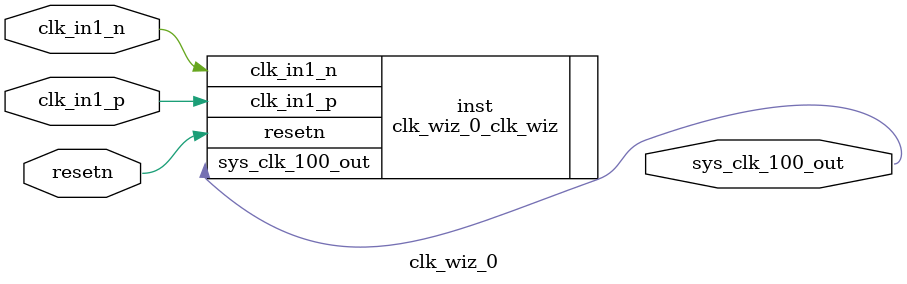
<source format=v>


`timescale 1ps/1ps

(* CORE_GENERATION_INFO = "clk_wiz_0,clk_wiz_v6_0_16_0_0,{component_name=clk_wiz_0,use_phase_alignment=true,use_min_o_jitter=false,use_max_i_jitter=false,use_dyn_phase_shift=false,use_inclk_switchover=false,use_dyn_reconfig=false,enable_axi=0,feedback_source=FDBK_AUTO,PRIMITIVE=MMCM,num_out_clk=1,clkin1_period=5.000,clkin2_period=10.0,use_power_down=false,use_reset=true,use_locked=false,use_inclk_stopped=false,feedback_type=SINGLE,CLOCK_MGR_TYPE=NA,manual_override=false}" *)

module clk_wiz_0 
 (
  // Clock out ports
  output        sys_clk_100_out,
  // Status and control signals
  input         resetn,
 // Clock in ports
  input         clk_in1_p,
  input         clk_in1_n
 );

  clk_wiz_0_clk_wiz inst
  (
  // Clock out ports  
  .sys_clk_100_out(sys_clk_100_out),
  // Status and control signals               
  .resetn(resetn), 
 // Clock in ports
  .clk_in1_p(clk_in1_p),
  .clk_in1_n(clk_in1_n)
  );

endmodule

</source>
